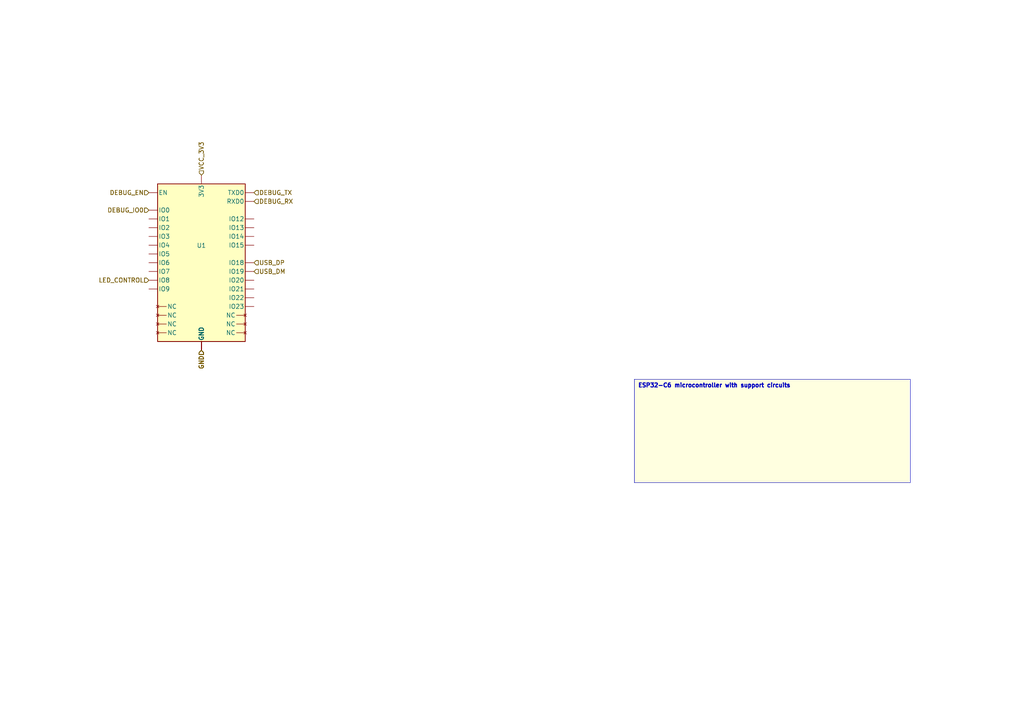
<source format=kicad_sch>
(kicad_sch (version 20250114) (generator "kicad_api") (generator_version 9.0)
  (paper A4)
  (paper A4)
  (lib_symbols
    (symbol "RF_Module:ESP32-C6-MINI-1" (pin_numbers hide) (pin_names (offset 0.254))
      (property "Reference" "U" (at 0.0 0.0 0))
      (property "Value" "ESP32-C6-MINI-1" (at 0.0 0.0 0))
      (symbol "ESP32-C6-MINI-1_0_1"
        (rectangle (start -12.7 22.86) (end 12.7 -22.86) (stroke (width 0.254)) (fill (type background)))
      )
      (symbol "ESP32-C6-MINI-1_1_1"
        (pin input line (at -15.24 20.32 0) (length 2.54) (name EN) (number "8"))
        (pin bidirectional line (at -15.24 15.24 0) (length 2.54) (name IO0) (number "12"))
        (pin bidirectional line (at -15.24 12.7 0) (length 2.54) (name IO1) (number "13"))
        (pin bidirectional line (at -15.24 10.16 0) (length 2.54) (name IO2) (number "5"))
        (pin bidirectional line (at -15.24 7.62 0) (length 2.54) (name IO3) (number "6"))
        (pin bidirectional line (at -15.24 5.08 0) (length 2.54) (name IO4) (number "9"))
        (pin bidirectional line (at -15.24 2.54 0) (length 2.54) (name IO5) (number "10"))
        (pin bidirectional line (at -15.24 0.0 0) (length 2.54) (name IO6) (number "15"))
        (pin bidirectional line (at -15.24 -2.54 0) (length 2.54) (name IO7) (number "16"))
        (pin bidirectional line (at -15.24 -5.08 0) (length 2.54) (name IO8) (number "22"))
        (pin bidirectional line (at -15.24 -7.62 0) (length 2.54) (name IO9) (number "23"))
        (pin no_connect line (at -12.7 -12.7 0) (length 2.54) (name NC) (number "32"))
        (pin no_connect line (at -12.7 -15.24 0) (length 2.54) (name NC) (number "33"))
        (pin no_connect line (at -12.7 -17.78 0) (length 2.54) (name NC) (number "34"))
        (pin no_connect line (at -12.7 -20.32 0) (length 2.54) (name NC) (number "35"))
        (pin power_in line (at 0.0 25.4 270) (length 2.54) (name 3V3) (number "3"))
        (pin power_in line (at 0.0 -25.4 90) (length 2.54) (name GND) (number "1"))
        (pin passive line (at 0.0 -25.4 90) (length 2.54) (name GND) (number "11"))
        (pin passive line (at 0.0 -25.4 90) (length 2.54) (name GND) (number "14"))
        (pin passive line (at 0.0 -25.4 90) (length 2.54) (name GND) (number "2"))
        (pin passive line (at 0.0 -25.4 90) (length 2.54) (name GND) (number "36"))
        (pin passive line (at 0.0 -25.4 90) (length 2.54) (name GND) (number "37"))
        (pin passive line (at 0.0 -25.4 90) (length 2.54) (name GND) (number "38"))
        (pin passive line (at 0.0 -25.4 90) (length 2.54) (name GND) (number "39"))
        (pin passive line (at 0.0 -25.4 90) (length 2.54) (name GND) (number "40"))
        (pin passive line (at 0.0 -25.4 90) (length 2.54) (name GND) (number "41"))
        (pin passive line (at 0.0 -25.4 90) (length 2.54) (name GND) (number "42"))
        (pin passive line (at 0.0 -25.4 90) (length 2.54) (name GND) (number "43"))
        (pin passive line (at 0.0 -25.4 90) (length 2.54) (name GND) (number "44"))
        (pin passive line (at 0.0 -25.4 90) (length 2.54) (name GND) (number "45"))
        (pin passive line (at 0.0 -25.4 90) (length 2.54) (name GND) (number "46"))
        (pin passive line (at 0.0 -25.4 90) (length 2.54) (name GND) (number "47"))
        (pin passive line (at 0.0 -25.4 90) (length 2.54) (name GND) (number "48"))
        (pin passive line (at 0.0 -25.4 90) (length 2.54) (name GND) (number "49"))
        (pin passive line (at 0.0 -25.4 90) (length 2.54) (name GND) (number "50"))
        (pin passive line (at 0.0 -25.4 90) (length 2.54) (name GND) (number "51"))
        (pin passive line (at 0.0 -25.4 90) (length 2.54) (name GND) (number "52"))
        (pin passive line (at 0.0 -25.4 90) (length 2.54) (name GND) (number "53"))
        (pin no_connect line (at 12.7 -15.24 180) (length 2.54) (name NC) (number "4"))
        (pin no_connect line (at 12.7 -17.78 180) (length 2.54) (name NC) (number "7"))
        (pin no_connect line (at 12.7 -20.32 180) (length 2.54) (name NC) (number "21"))
        (pin bidirectional line (at 15.24 20.32 180) (length 2.54) (name TXD0) (number "31"))
        (pin bidirectional line (at 15.24 17.78 180) (length 2.54) (name RXD0) (number "30"))
        (pin bidirectional line (at 15.24 12.7 180) (length 2.54) (name IO12) (number "17"))
        (pin bidirectional line (at 15.24 10.16 180) (length 2.54) (name IO13) (number "18"))
        (pin bidirectional line (at 15.24 7.62 180) (length 2.54) (name IO14) (number "19"))
        (pin bidirectional line (at 15.24 5.08 180) (length 2.54) (name IO15) (number "20"))
        (pin bidirectional line (at 15.24 0.0 180) (length 2.54) (name IO18) (number "24"))
        (pin bidirectional line (at 15.24 -2.54 180) (length 2.54) (name IO19) (number "25"))
        (pin bidirectional line (at 15.24 -5.08 180) (length 2.54) (name IO20) (number "26"))
        (pin bidirectional line (at 15.24 -7.62 180) (length 2.54) (name IO21) (number "27"))
        (pin bidirectional line (at 15.24 -10.16 180) (length 2.54) (name IO22) (number "28"))
        (pin bidirectional line (at 15.24 -12.7 180) (length 2.54) (name IO23) (number "29"))
      )
    )
  )
  (title_block (title ESP32_C6_MCU) (date 2025-08-01) (company Circuit-Synth))
  (symbol (lib_id RF_Module:ESP32-C6-MINI-1) (at 58.42 76.2 0)
    (property "Reference" "U1" (at 58.42 71.2 0))
    (property "Footprint" "RF_Module:ESP32-C6-MINI-1" (effects (hide yes)))
    (instances (project "circuit" (path "" (reference U1) (unit 1))) (project "ESP32_C6_Dev_Board" (path "" (reference U1) (unit 1))))
  )
  (hierarchical_label DEBUG_EN (shape input) (at 43.18 55.88 180))
  (hierarchical_label DEBUG_EN (shape input) (at 43.18 55.88 180))
  (hierarchical_label DEBUG_IO0 (shape input) (at 43.18 60.96 180))
  (hierarchical_label DEBUG_IO0 (shape input) (at 43.18 60.96 180))
  (hierarchical_label LED_CONTROL (shape input) (at 43.18 81.28 180))
  (hierarchical_label LED_CONTROL (shape input) (at 43.18 81.28 180))
  (hierarchical_label VCC_3V3 (shape input) (at 58.42 50.800000000000004 90))
  (hierarchical_label VCC_3V3 (shape input) (at 58.42 50.800000000000004 90))
  (hierarchical_label GND (shape input) (at 58.42 101.6 270))
  (hierarchical_label GND (shape input) (at 58.42 101.6 270))
  (hierarchical_label GND (shape input) (at 58.42 101.6 270))
  (hierarchical_label GND (shape input) (at 58.42 101.6 270))
  (hierarchical_label GND (shape input) (at 58.42 101.6 270))
  (hierarchical_label GND (shape input) (at 58.42 101.6 270))
  (hierarchical_label GND (shape input) (at 58.42 101.6 270))
  (hierarchical_label GND (shape input) (at 58.42 101.6 270))
  (hierarchical_label GND (shape input) (at 58.42 101.6 270))
  (hierarchical_label GND (shape input) (at 58.42 101.6 270))
  (hierarchical_label GND (shape input) (at 58.42 101.6 270))
  (hierarchical_label GND (shape input) (at 58.42 101.6 270))
  (hierarchical_label GND (shape input) (at 58.42 101.6 270))
  (hierarchical_label GND (shape input) (at 58.42 101.6 270))
  (hierarchical_label GND (shape input) (at 58.42 101.6 270))
  (hierarchical_label GND (shape input) (at 58.42 101.6 270))
  (hierarchical_label GND (shape input) (at 58.42 101.6 270))
  (hierarchical_label GND (shape input) (at 58.42 101.6 270))
  (hierarchical_label GND (shape input) (at 58.42 101.6 270))
  (hierarchical_label GND (shape input) (at 58.42 101.6 270))
  (hierarchical_label GND (shape input) (at 58.42 101.6 270))
  (hierarchical_label GND (shape input) (at 58.42 101.6 270))
  (hierarchical_label DEBUG_TX (shape input) (at 73.66 55.88 0))
  (hierarchical_label DEBUG_TX (shape input) (at 73.66 55.88 0))
  (hierarchical_label DEBUG_RX (shape input) (at 73.66 58.42 0))
  (hierarchical_label DEBUG_RX (shape input) (at 73.66 58.42 0))
  (hierarchical_label USB_DP (shape input) (at 73.66 76.2 0))
  (hierarchical_label USB_DP (shape input) (at 73.66 76.2 0))
  (hierarchical_label USB_DM (shape input) (at 73.66 78.74000000000001 0))
  (hierarchical_label USB_DM (shape input) (at 73.66 78.74000000000001 0))
  (text_box "ESP32-C6 microcontroller with support circuits" (exclude_from_sim yes) (at 184.0 110.0 0) (size 80.0 30.0) (margins 1.0 1.0 1.0 1.0) (stroke (width 0.1)) (fill (type color) (color 255 255 224 1)) (effects (font (size 1.2 1.2) (thickness 0.254)) (justify left top)))
  (text_box "ESP32-C6 microcontroller with support circuits" (exclude_from_sim yes) (at 184.0 110.0 0) (size 80.0 30.0) (margins 1.0 1.0 1.0 1.0) (stroke (width 0.1)) (fill (type color) (color 255 255 224 1)) (effects (font (size 1.2 1.2) (thickness 0.254)) (justify left top)))
)
</source>
